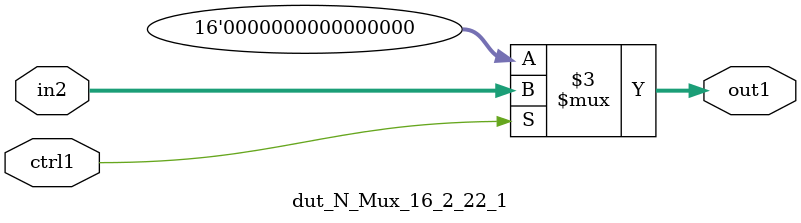
<source format=v>

`timescale 1ps / 1ps


module dut_N_Mux_16_2_22_1( in2, ctrl1, out1 );

    input [15:0] in2;
    input ctrl1;
    output [15:0] out1;
    reg [15:0] out1;

    
    // rtl_process:dut_N_Mux_16_2_22_1/dut_N_Mux_16_2_22_1_thread_1
    always @*
      begin : dut_N_Mux_16_2_22_1_thread_1
        case (ctrl1) 
          1'b1: 
            begin
              out1 = in2;
            end
          default: 
            begin
              out1 = 16'd00000;
            end
        endcase
      end

endmodule




</source>
